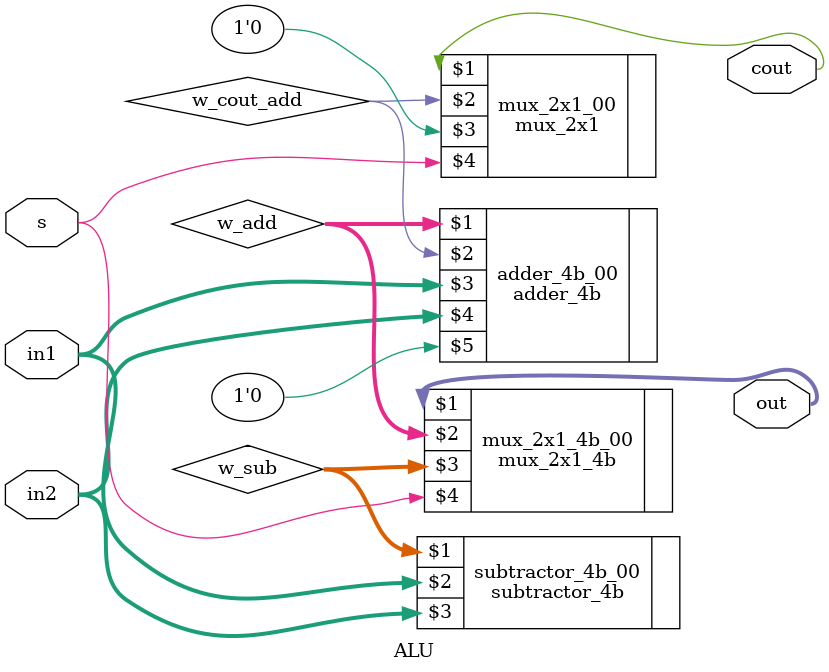
<source format=v>
`include "Adder_Subtractor.v"
`include "Mux_2x1_4b.v"
module ALU(out, cout, in1, in2, s);
    //2 function, 4-bit ALU
    //s = 0:  Adder
    //s = 1:  Subtractor
    output [3:0] out;
    output cout;
    input [3:0] in1, in2;
    input s;
    wire [3:0] w_add, w_sub;
    wire w_cout_add;

    adder_4b adder_4b_00(w_add, w_cout_add, in1, in2, 1'b0);
    subtractor_4b subtractor_4b_00(w_sub, in1, in2);

    mux_2x1_4b mux_2x1_4b_00(out, w_add, w_sub, s);
    mux_2x1 mux_2x1_00(cout, w_cout_add, 1'b0, s);    

endmodule
</source>
